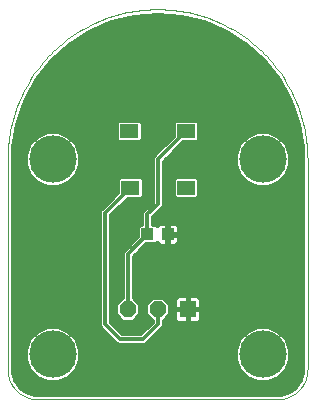
<source format=gtl>
G75*
%MOIN*%
%OFA0B0*%
%FSLAX25Y25*%
%IPPOS*%
%LPD*%
%AMOC8*
5,1,8,0,0,1.08239X$1,22.5*
%
%ADD10R,0.06102X0.04724*%
%ADD11R,0.04331X0.03937*%
%ADD12OC8,0.05600*%
%ADD13R,0.05600X0.05600*%
%ADD14C,0.00000*%
%ADD15C,0.15811*%
%ADD16C,0.01600*%
%ADD17C,0.01200*%
D10*
X0047745Y0094557D03*
X0047351Y0113455D03*
X0066249Y0113455D03*
X0066249Y0094557D03*
D11*
X0060146Y0079006D03*
X0053454Y0079006D03*
D12*
X0056800Y0054006D03*
X0046800Y0054006D03*
D13*
X0066800Y0054006D03*
D14*
X0096800Y0024006D02*
X0016800Y0024006D01*
X0016558Y0024009D01*
X0016317Y0024018D01*
X0016076Y0024032D01*
X0015835Y0024053D01*
X0015595Y0024079D01*
X0015355Y0024111D01*
X0015116Y0024149D01*
X0014879Y0024192D01*
X0014642Y0024242D01*
X0014407Y0024297D01*
X0014173Y0024357D01*
X0013941Y0024424D01*
X0013710Y0024495D01*
X0013481Y0024573D01*
X0013254Y0024656D01*
X0013029Y0024744D01*
X0012806Y0024838D01*
X0012586Y0024937D01*
X0012368Y0025042D01*
X0012153Y0025151D01*
X0011940Y0025266D01*
X0011730Y0025386D01*
X0011524Y0025511D01*
X0011320Y0025641D01*
X0011119Y0025776D01*
X0010922Y0025916D01*
X0010728Y0026060D01*
X0010538Y0026209D01*
X0010352Y0026363D01*
X0010169Y0026521D01*
X0009990Y0026683D01*
X0009815Y0026850D01*
X0009644Y0027021D01*
X0009477Y0027196D01*
X0009315Y0027375D01*
X0009157Y0027558D01*
X0009003Y0027744D01*
X0008854Y0027934D01*
X0008710Y0028128D01*
X0008570Y0028325D01*
X0008435Y0028526D01*
X0008305Y0028730D01*
X0008180Y0028936D01*
X0008060Y0029146D01*
X0007945Y0029359D01*
X0007836Y0029574D01*
X0007731Y0029792D01*
X0007632Y0030012D01*
X0007538Y0030235D01*
X0007450Y0030460D01*
X0007367Y0030687D01*
X0007289Y0030916D01*
X0007218Y0031147D01*
X0007151Y0031379D01*
X0007091Y0031613D01*
X0007036Y0031848D01*
X0006986Y0032085D01*
X0006943Y0032322D01*
X0006905Y0032561D01*
X0006873Y0032801D01*
X0006847Y0033041D01*
X0006826Y0033282D01*
X0006812Y0033523D01*
X0006803Y0033764D01*
X0006800Y0034006D01*
X0006800Y0104006D01*
X0006815Y0105224D01*
X0006859Y0106440D01*
X0006933Y0107656D01*
X0007037Y0108869D01*
X0007170Y0110079D01*
X0007333Y0111286D01*
X0007525Y0112488D01*
X0007746Y0113686D01*
X0007996Y0114878D01*
X0008275Y0116063D01*
X0008583Y0117241D01*
X0008920Y0118411D01*
X0009285Y0119573D01*
X0009678Y0120725D01*
X0010099Y0121868D01*
X0010548Y0122999D01*
X0011024Y0124120D01*
X0011528Y0125229D01*
X0012058Y0126325D01*
X0012615Y0127408D01*
X0013198Y0128477D01*
X0013806Y0129531D01*
X0014441Y0130571D01*
X0015100Y0131594D01*
X0015784Y0132602D01*
X0016493Y0133592D01*
X0017225Y0134565D01*
X0017981Y0135519D01*
X0018760Y0136455D01*
X0019561Y0137372D01*
X0020385Y0138269D01*
X0021230Y0139145D01*
X0022096Y0140001D01*
X0022983Y0140836D01*
X0023890Y0141648D01*
X0024816Y0142438D01*
X0025762Y0143206D01*
X0026725Y0143950D01*
X0027707Y0144670D01*
X0028706Y0145367D01*
X0029721Y0146039D01*
X0030753Y0146686D01*
X0031800Y0147307D01*
X0032862Y0147903D01*
X0033938Y0148473D01*
X0035027Y0149017D01*
X0036130Y0149533D01*
X0037245Y0150023D01*
X0038371Y0150486D01*
X0039508Y0150921D01*
X0040656Y0151328D01*
X0041813Y0151707D01*
X0042979Y0152058D01*
X0044153Y0152380D01*
X0045335Y0152674D01*
X0046524Y0152939D01*
X0047718Y0153174D01*
X0048918Y0153381D01*
X0050123Y0153558D01*
X0051331Y0153706D01*
X0052543Y0153824D01*
X0053758Y0153913D01*
X0054974Y0153973D01*
X0056191Y0154002D01*
X0057409Y0154002D01*
X0058626Y0153973D01*
X0059842Y0153913D01*
X0061057Y0153824D01*
X0062269Y0153706D01*
X0063477Y0153558D01*
X0064682Y0153381D01*
X0065882Y0153174D01*
X0067076Y0152939D01*
X0068265Y0152674D01*
X0069447Y0152380D01*
X0070621Y0152058D01*
X0071787Y0151707D01*
X0072944Y0151328D01*
X0074092Y0150921D01*
X0075229Y0150486D01*
X0076355Y0150023D01*
X0077470Y0149533D01*
X0078573Y0149017D01*
X0079662Y0148473D01*
X0080738Y0147903D01*
X0081800Y0147307D01*
X0082847Y0146686D01*
X0083879Y0146039D01*
X0084894Y0145367D01*
X0085893Y0144670D01*
X0086875Y0143950D01*
X0087838Y0143206D01*
X0088784Y0142438D01*
X0089710Y0141648D01*
X0090617Y0140836D01*
X0091504Y0140001D01*
X0092370Y0139145D01*
X0093215Y0138269D01*
X0094039Y0137372D01*
X0094840Y0136455D01*
X0095619Y0135519D01*
X0096375Y0134565D01*
X0097107Y0133592D01*
X0097816Y0132602D01*
X0098500Y0131594D01*
X0099159Y0130571D01*
X0099794Y0129531D01*
X0100402Y0128477D01*
X0100985Y0127408D01*
X0101542Y0126325D01*
X0102072Y0125229D01*
X0102576Y0124120D01*
X0103052Y0122999D01*
X0103501Y0121868D01*
X0103922Y0120725D01*
X0104315Y0119573D01*
X0104680Y0118411D01*
X0105017Y0117241D01*
X0105325Y0116063D01*
X0105604Y0114878D01*
X0105854Y0113686D01*
X0106075Y0112488D01*
X0106267Y0111286D01*
X0106430Y0110079D01*
X0106563Y0108869D01*
X0106667Y0107656D01*
X0106741Y0106440D01*
X0106785Y0105224D01*
X0106800Y0104006D01*
X0106800Y0034006D01*
X0106797Y0033764D01*
X0106788Y0033523D01*
X0106774Y0033282D01*
X0106753Y0033041D01*
X0106727Y0032801D01*
X0106695Y0032561D01*
X0106657Y0032322D01*
X0106614Y0032085D01*
X0106564Y0031848D01*
X0106509Y0031613D01*
X0106449Y0031379D01*
X0106382Y0031147D01*
X0106311Y0030916D01*
X0106233Y0030687D01*
X0106150Y0030460D01*
X0106062Y0030235D01*
X0105968Y0030012D01*
X0105869Y0029792D01*
X0105764Y0029574D01*
X0105655Y0029359D01*
X0105540Y0029146D01*
X0105420Y0028936D01*
X0105295Y0028730D01*
X0105165Y0028526D01*
X0105030Y0028325D01*
X0104890Y0028128D01*
X0104746Y0027934D01*
X0104597Y0027744D01*
X0104443Y0027558D01*
X0104285Y0027375D01*
X0104123Y0027196D01*
X0103956Y0027021D01*
X0103785Y0026850D01*
X0103610Y0026683D01*
X0103431Y0026521D01*
X0103248Y0026363D01*
X0103062Y0026209D01*
X0102872Y0026060D01*
X0102678Y0025916D01*
X0102481Y0025776D01*
X0102280Y0025641D01*
X0102076Y0025511D01*
X0101870Y0025386D01*
X0101660Y0025266D01*
X0101447Y0025151D01*
X0101232Y0025042D01*
X0101014Y0024937D01*
X0100794Y0024838D01*
X0100571Y0024744D01*
X0100346Y0024656D01*
X0100119Y0024573D01*
X0099890Y0024495D01*
X0099659Y0024424D01*
X0099427Y0024357D01*
X0099193Y0024297D01*
X0098958Y0024242D01*
X0098721Y0024192D01*
X0098484Y0024149D01*
X0098245Y0024111D01*
X0098005Y0024079D01*
X0097765Y0024053D01*
X0097524Y0024032D01*
X0097283Y0024018D01*
X0097042Y0024009D01*
X0096800Y0024006D01*
D15*
X0091800Y0039006D03*
X0091800Y0104006D03*
X0021800Y0104006D03*
X0021800Y0039006D03*
D16*
X0027953Y0031998D02*
X0085647Y0031998D01*
X0086529Y0031117D02*
X0089949Y0029700D01*
X0093651Y0029700D01*
X0097071Y0031117D01*
X0099689Y0033735D01*
X0101105Y0037155D01*
X0101105Y0040857D01*
X0099689Y0044277D01*
X0097071Y0046895D01*
X0093651Y0048311D01*
X0089949Y0048311D01*
X0086529Y0046895D01*
X0083911Y0044277D01*
X0082494Y0040857D01*
X0082494Y0037155D01*
X0083911Y0033735D01*
X0086529Y0031117D01*
X0088260Y0030400D02*
X0025340Y0030400D01*
X0023651Y0029700D02*
X0027071Y0031117D01*
X0029689Y0033735D01*
X0031105Y0037155D01*
X0031105Y0040857D01*
X0029689Y0044277D01*
X0027071Y0046895D01*
X0023651Y0048311D01*
X0019949Y0048311D01*
X0016529Y0046895D01*
X0013911Y0044277D01*
X0012494Y0040857D01*
X0012494Y0037155D01*
X0013911Y0033735D01*
X0016529Y0031117D01*
X0019949Y0029700D01*
X0023651Y0029700D01*
X0018260Y0030400D02*
X0009456Y0030400D01*
X0009494Y0030283D02*
X0008701Y0032723D01*
X0008600Y0034006D01*
X0008600Y0104006D01*
X0008765Y0107986D01*
X0010075Y0115838D01*
X0012660Y0123368D01*
X0016449Y0130369D01*
X0021338Y0136651D01*
X0027195Y0142042D01*
X0033859Y0146397D01*
X0041149Y0149594D01*
X0048867Y0151549D01*
X0056800Y0152206D01*
X0064733Y0151549D01*
X0072451Y0149594D01*
X0079741Y0146397D01*
X0086405Y0142042D01*
X0092262Y0136651D01*
X0097151Y0130369D01*
X0100940Y0123368D01*
X0103525Y0115838D01*
X0104835Y0107986D01*
X0105000Y0104006D01*
X0105000Y0034006D01*
X0104899Y0032723D01*
X0104106Y0030283D01*
X0102598Y0028208D01*
X0100523Y0026700D01*
X0098083Y0025907D01*
X0096800Y0025806D01*
X0016800Y0025806D01*
X0015517Y0025907D01*
X0013077Y0026700D01*
X0011002Y0028208D01*
X0009494Y0030283D01*
X0008936Y0031998D02*
X0015647Y0031998D01*
X0014049Y0033597D02*
X0008632Y0033597D01*
X0008600Y0035195D02*
X0013306Y0035195D01*
X0012644Y0036794D02*
X0008600Y0036794D01*
X0008600Y0038393D02*
X0012494Y0038393D01*
X0012494Y0039991D02*
X0008600Y0039991D01*
X0008600Y0041590D02*
X0012798Y0041590D01*
X0013460Y0043188D02*
X0008600Y0043188D01*
X0008600Y0044787D02*
X0014421Y0044787D01*
X0016019Y0046385D02*
X0008600Y0046385D01*
X0008600Y0047984D02*
X0019158Y0047984D01*
X0024442Y0047984D02*
X0037494Y0047984D01*
X0037300Y0048177D02*
X0042300Y0043177D01*
X0043472Y0042006D01*
X0052628Y0042006D01*
X0057628Y0047006D01*
X0058800Y0048177D01*
X0058800Y0050066D01*
X0061000Y0052266D01*
X0061000Y0055746D01*
X0058540Y0058206D01*
X0055060Y0058206D01*
X0052600Y0055746D01*
X0052600Y0052266D01*
X0054800Y0050066D01*
X0054800Y0049834D01*
X0050972Y0046006D01*
X0045128Y0046006D01*
X0041300Y0049834D01*
X0041300Y0085284D01*
X0046811Y0090795D01*
X0051376Y0090795D01*
X0052196Y0091615D01*
X0052196Y0097499D01*
X0051376Y0098319D01*
X0044114Y0098319D01*
X0043294Y0097499D01*
X0043294Y0092934D01*
X0038472Y0088112D01*
X0037300Y0086941D01*
X0037300Y0048177D01*
X0037300Y0049582D02*
X0008600Y0049582D01*
X0008600Y0051181D02*
X0037300Y0051181D01*
X0037300Y0052779D02*
X0008600Y0052779D01*
X0008600Y0054378D02*
X0037300Y0054378D01*
X0037300Y0055976D02*
X0008600Y0055976D01*
X0008600Y0057575D02*
X0037300Y0057575D01*
X0037300Y0059173D02*
X0008600Y0059173D01*
X0008600Y0060772D02*
X0037300Y0060772D01*
X0037300Y0062370D02*
X0008600Y0062370D01*
X0008600Y0063969D02*
X0037300Y0063969D01*
X0037300Y0065567D02*
X0008600Y0065567D01*
X0008600Y0067166D02*
X0037300Y0067166D01*
X0037300Y0068764D02*
X0008600Y0068764D01*
X0008600Y0070363D02*
X0037300Y0070363D01*
X0037300Y0071961D02*
X0008600Y0071961D01*
X0008600Y0073560D02*
X0037300Y0073560D01*
X0037300Y0075158D02*
X0008600Y0075158D01*
X0008600Y0076757D02*
X0037300Y0076757D01*
X0037300Y0078355D02*
X0008600Y0078355D01*
X0008600Y0079954D02*
X0037300Y0079954D01*
X0037300Y0081552D02*
X0008600Y0081552D01*
X0008600Y0083151D02*
X0037300Y0083151D01*
X0037300Y0084749D02*
X0008600Y0084749D01*
X0008600Y0086348D02*
X0037300Y0086348D01*
X0038306Y0087946D02*
X0008600Y0087946D01*
X0008600Y0089545D02*
X0039904Y0089545D01*
X0041503Y0091143D02*
X0008600Y0091143D01*
X0008600Y0092742D02*
X0043101Y0092742D01*
X0043294Y0094340D02*
X0008600Y0094340D01*
X0008600Y0095939D02*
X0016959Y0095939D01*
X0016529Y0096117D02*
X0019949Y0094700D01*
X0023651Y0094700D01*
X0027071Y0096117D01*
X0029689Y0098735D01*
X0031105Y0102155D01*
X0031105Y0105857D01*
X0029689Y0109277D01*
X0027071Y0111895D01*
X0023651Y0113311D01*
X0019949Y0113311D01*
X0016529Y0111895D01*
X0013911Y0109277D01*
X0012494Y0105857D01*
X0012494Y0102155D01*
X0013911Y0098735D01*
X0016529Y0096117D01*
X0015109Y0097537D02*
X0008600Y0097537D01*
X0008600Y0099136D02*
X0013745Y0099136D01*
X0013083Y0100734D02*
X0008600Y0100734D01*
X0008600Y0102333D02*
X0012494Y0102333D01*
X0012494Y0103931D02*
X0008600Y0103931D01*
X0008663Y0105530D02*
X0012494Y0105530D01*
X0013021Y0107128D02*
X0008729Y0107128D01*
X0008888Y0108727D02*
X0013683Y0108727D01*
X0014960Y0110326D02*
X0009155Y0110326D01*
X0009422Y0111924D02*
X0016600Y0111924D01*
X0010377Y0116720D02*
X0043223Y0116720D01*
X0042900Y0116397D02*
X0043720Y0117217D01*
X0050982Y0117217D01*
X0051802Y0116397D01*
X0051802Y0110513D01*
X0050982Y0109693D01*
X0043720Y0109693D01*
X0042900Y0110513D01*
X0042900Y0116397D01*
X0042900Y0115121D02*
X0009955Y0115121D01*
X0009688Y0113523D02*
X0042900Y0113523D01*
X0042900Y0111924D02*
X0027000Y0111924D01*
X0028640Y0110326D02*
X0043087Y0110326D01*
X0051615Y0110326D02*
X0060291Y0110326D01*
X0061798Y0111832D02*
X0055972Y0106006D01*
X0055972Y0106006D01*
X0054800Y0104834D01*
X0054800Y0089834D01*
X0051454Y0086488D01*
X0051454Y0082374D01*
X0050708Y0082374D01*
X0049888Y0081554D01*
X0049888Y0078269D01*
X0044800Y0073181D01*
X0044800Y0057946D01*
X0042600Y0055746D01*
X0042600Y0052266D01*
X0045060Y0049806D01*
X0048540Y0049806D01*
X0051000Y0052266D01*
X0051000Y0055746D01*
X0048800Y0057946D01*
X0048800Y0071524D01*
X0052913Y0075637D01*
X0056199Y0075637D01*
X0056523Y0075962D01*
X0056541Y0075932D01*
X0056876Y0075597D01*
X0057286Y0075360D01*
X0057744Y0075237D01*
X0059962Y0075237D01*
X0059962Y0078822D01*
X0060331Y0078822D01*
X0060331Y0079190D01*
X0064112Y0079190D01*
X0064112Y0081211D01*
X0063989Y0081669D01*
X0063752Y0082080D01*
X0063417Y0082415D01*
X0063007Y0082652D01*
X0062549Y0082774D01*
X0060331Y0082774D01*
X0060331Y0079190D01*
X0059962Y0079190D01*
X0059962Y0082774D01*
X0057744Y0082774D01*
X0057286Y0082652D01*
X0056876Y0082415D01*
X0056541Y0082080D01*
X0056523Y0082050D01*
X0056199Y0082374D01*
X0055454Y0082374D01*
X0055454Y0084831D01*
X0057628Y0087006D01*
X0058800Y0088177D01*
X0058800Y0103177D01*
X0065315Y0109693D01*
X0069880Y0109693D01*
X0070700Y0110513D01*
X0070700Y0116397D01*
X0069880Y0117217D01*
X0062618Y0117217D01*
X0061798Y0116397D01*
X0061798Y0111832D01*
X0061798Y0111924D02*
X0051802Y0111924D01*
X0051802Y0113523D02*
X0061798Y0113523D01*
X0061798Y0115121D02*
X0051802Y0115121D01*
X0051480Y0116720D02*
X0062120Y0116720D01*
X0064350Y0108727D02*
X0083683Y0108727D01*
X0083911Y0109277D02*
X0082494Y0105857D01*
X0082494Y0102155D01*
X0083911Y0098735D01*
X0086529Y0096117D01*
X0089949Y0094700D01*
X0093651Y0094700D01*
X0097071Y0096117D01*
X0099689Y0098735D01*
X0101105Y0102155D01*
X0101105Y0105857D01*
X0099689Y0109277D01*
X0097071Y0111895D01*
X0093651Y0113311D01*
X0089949Y0113311D01*
X0086529Y0111895D01*
X0083911Y0109277D01*
X0084960Y0110326D02*
X0070513Y0110326D01*
X0070700Y0111924D02*
X0086600Y0111924D01*
X0083021Y0107128D02*
X0062751Y0107128D01*
X0061152Y0105530D02*
X0082494Y0105530D01*
X0082494Y0103931D02*
X0059554Y0103931D01*
X0058800Y0102333D02*
X0082494Y0102333D01*
X0083083Y0100734D02*
X0058800Y0100734D01*
X0058800Y0099136D02*
X0083745Y0099136D01*
X0085109Y0097537D02*
X0070662Y0097537D01*
X0070700Y0097499D02*
X0069880Y0098319D01*
X0062618Y0098319D01*
X0061798Y0097499D01*
X0061798Y0091615D01*
X0062618Y0090795D01*
X0069880Y0090795D01*
X0070700Y0091615D01*
X0070700Y0097499D01*
X0070700Y0095939D02*
X0086959Y0095939D01*
X0096641Y0095939D02*
X0105000Y0095939D01*
X0105000Y0097537D02*
X0098491Y0097537D01*
X0099855Y0099136D02*
X0105000Y0099136D01*
X0105000Y0100734D02*
X0100517Y0100734D01*
X0101105Y0102333D02*
X0105000Y0102333D01*
X0105000Y0103931D02*
X0101105Y0103931D01*
X0101105Y0105530D02*
X0104937Y0105530D01*
X0104871Y0107128D02*
X0100579Y0107128D01*
X0099917Y0108727D02*
X0104712Y0108727D01*
X0104445Y0110326D02*
X0098640Y0110326D01*
X0097000Y0111924D02*
X0104178Y0111924D01*
X0103912Y0113523D02*
X0070700Y0113523D01*
X0070700Y0115121D02*
X0103645Y0115121D01*
X0103223Y0116720D02*
X0070377Y0116720D01*
X0058693Y0108727D02*
X0029917Y0108727D01*
X0030579Y0107128D02*
X0057094Y0107128D01*
X0055496Y0105530D02*
X0031105Y0105530D01*
X0031105Y0103931D02*
X0054800Y0103931D01*
X0054800Y0102333D02*
X0031105Y0102333D01*
X0030517Y0100734D02*
X0054800Y0100734D01*
X0054800Y0099136D02*
X0029855Y0099136D01*
X0028491Y0097537D02*
X0043332Y0097537D01*
X0043294Y0095939D02*
X0026641Y0095939D01*
X0041300Y0084749D02*
X0051454Y0084749D01*
X0051454Y0083151D02*
X0041300Y0083151D01*
X0041300Y0081552D02*
X0049888Y0081552D01*
X0049888Y0079954D02*
X0041300Y0079954D01*
X0041300Y0078355D02*
X0049888Y0078355D01*
X0048376Y0076757D02*
X0041300Y0076757D01*
X0041300Y0075158D02*
X0046777Y0075158D01*
X0045179Y0073560D02*
X0041300Y0073560D01*
X0041300Y0071961D02*
X0044800Y0071961D01*
X0044800Y0070363D02*
X0041300Y0070363D01*
X0041300Y0068764D02*
X0044800Y0068764D01*
X0044800Y0067166D02*
X0041300Y0067166D01*
X0041300Y0065567D02*
X0044800Y0065567D01*
X0044800Y0063969D02*
X0041300Y0063969D01*
X0041300Y0062370D02*
X0044800Y0062370D01*
X0044800Y0060772D02*
X0041300Y0060772D01*
X0041300Y0059173D02*
X0044800Y0059173D01*
X0044429Y0057575D02*
X0041300Y0057575D01*
X0041300Y0055976D02*
X0042831Y0055976D01*
X0042600Y0054378D02*
X0041300Y0054378D01*
X0041300Y0052779D02*
X0042600Y0052779D01*
X0043686Y0051181D02*
X0041300Y0051181D01*
X0041552Y0049582D02*
X0054548Y0049582D01*
X0053686Y0051181D02*
X0049914Y0051181D01*
X0051000Y0052779D02*
X0052600Y0052779D01*
X0052600Y0054378D02*
X0051000Y0054378D01*
X0050769Y0055976D02*
X0052831Y0055976D01*
X0054429Y0057575D02*
X0049171Y0057575D01*
X0048800Y0059173D02*
X0105000Y0059173D01*
X0105000Y0057575D02*
X0071235Y0057575D01*
X0071277Y0057501D02*
X0071040Y0057911D01*
X0070705Y0058246D01*
X0070295Y0058483D01*
X0069837Y0058606D01*
X0066800Y0058606D01*
X0066800Y0054006D01*
X0066800Y0054006D01*
X0066800Y0058606D01*
X0063763Y0058606D01*
X0063305Y0058483D01*
X0062895Y0058246D01*
X0062560Y0057911D01*
X0062323Y0057501D01*
X0062200Y0057043D01*
X0062200Y0054006D01*
X0066800Y0054006D01*
X0071400Y0054006D01*
X0071400Y0057043D01*
X0071277Y0057501D01*
X0071400Y0055976D02*
X0105000Y0055976D01*
X0105000Y0054378D02*
X0071400Y0054378D01*
X0071400Y0054006D02*
X0066800Y0054006D01*
X0066800Y0054006D01*
X0066800Y0054006D01*
X0062200Y0054006D01*
X0062200Y0050969D01*
X0062323Y0050511D01*
X0062560Y0050101D01*
X0062895Y0049766D01*
X0063305Y0049529D01*
X0063763Y0049406D01*
X0066800Y0049406D01*
X0069837Y0049406D01*
X0070295Y0049529D01*
X0070705Y0049766D01*
X0071040Y0050101D01*
X0071277Y0050511D01*
X0071400Y0050969D01*
X0071400Y0054006D01*
X0071400Y0052779D02*
X0105000Y0052779D01*
X0105000Y0051181D02*
X0071400Y0051181D01*
X0070387Y0049582D02*
X0105000Y0049582D01*
X0105000Y0047984D02*
X0094442Y0047984D01*
X0097581Y0046385D02*
X0105000Y0046385D01*
X0105000Y0044787D02*
X0099179Y0044787D01*
X0100140Y0043188D02*
X0105000Y0043188D01*
X0105000Y0041590D02*
X0100802Y0041590D01*
X0101105Y0039991D02*
X0105000Y0039991D01*
X0105000Y0038393D02*
X0101105Y0038393D01*
X0100956Y0036794D02*
X0105000Y0036794D01*
X0105000Y0035195D02*
X0100294Y0035195D01*
X0099551Y0033597D02*
X0104968Y0033597D01*
X0104664Y0031998D02*
X0097953Y0031998D01*
X0095340Y0030400D02*
X0104144Y0030400D01*
X0103030Y0028801D02*
X0010570Y0028801D01*
X0012385Y0027203D02*
X0101215Y0027203D01*
X0089158Y0047984D02*
X0058606Y0047984D01*
X0058800Y0049582D02*
X0063213Y0049582D01*
X0062200Y0051181D02*
X0059914Y0051181D01*
X0061000Y0052779D02*
X0062200Y0052779D01*
X0062200Y0054378D02*
X0061000Y0054378D01*
X0060769Y0055976D02*
X0062200Y0055976D01*
X0062365Y0057575D02*
X0059171Y0057575D01*
X0066800Y0057575D02*
X0066800Y0057575D01*
X0066800Y0055976D02*
X0066800Y0055976D01*
X0066800Y0054378D02*
X0066800Y0054378D01*
X0066800Y0054006D02*
X0066800Y0049406D01*
X0066800Y0054006D01*
X0066800Y0054006D01*
X0066800Y0052779D02*
X0066800Y0052779D01*
X0066800Y0051181D02*
X0066800Y0051181D01*
X0066800Y0049582D02*
X0066800Y0049582D01*
X0057008Y0046385D02*
X0086019Y0046385D01*
X0084421Y0044787D02*
X0055409Y0044787D01*
X0053811Y0043188D02*
X0083460Y0043188D01*
X0082798Y0041590D02*
X0030802Y0041590D01*
X0031105Y0039991D02*
X0082494Y0039991D01*
X0082494Y0038393D02*
X0031105Y0038393D01*
X0030956Y0036794D02*
X0082644Y0036794D01*
X0083306Y0035195D02*
X0030294Y0035195D01*
X0029551Y0033597D02*
X0084049Y0033597D01*
X0105000Y0060772D02*
X0048800Y0060772D01*
X0048800Y0062370D02*
X0105000Y0062370D01*
X0105000Y0063969D02*
X0048800Y0063969D01*
X0048800Y0065567D02*
X0105000Y0065567D01*
X0105000Y0067166D02*
X0048800Y0067166D01*
X0048800Y0068764D02*
X0105000Y0068764D01*
X0105000Y0070363D02*
X0048800Y0070363D01*
X0049237Y0071961D02*
X0105000Y0071961D01*
X0105000Y0073560D02*
X0050836Y0073560D01*
X0052434Y0075158D02*
X0105000Y0075158D01*
X0105000Y0076757D02*
X0064100Y0076757D01*
X0064112Y0076800D02*
X0064112Y0078822D01*
X0060331Y0078822D01*
X0060331Y0075237D01*
X0062549Y0075237D01*
X0063007Y0075360D01*
X0063417Y0075597D01*
X0063752Y0075932D01*
X0063989Y0076343D01*
X0064112Y0076800D01*
X0064112Y0078355D02*
X0105000Y0078355D01*
X0105000Y0079954D02*
X0064112Y0079954D01*
X0064020Y0081552D02*
X0105000Y0081552D01*
X0105000Y0083151D02*
X0055454Y0083151D01*
X0055454Y0084749D02*
X0105000Y0084749D01*
X0105000Y0086348D02*
X0056970Y0086348D01*
X0058569Y0087946D02*
X0105000Y0087946D01*
X0105000Y0089545D02*
X0058800Y0089545D01*
X0058800Y0091143D02*
X0062269Y0091143D01*
X0061798Y0092742D02*
X0058800Y0092742D01*
X0058800Y0094340D02*
X0061798Y0094340D01*
X0061798Y0095939D02*
X0058800Y0095939D01*
X0058800Y0097537D02*
X0061836Y0097537D01*
X0054800Y0097537D02*
X0052158Y0097537D01*
X0052196Y0095939D02*
X0054800Y0095939D01*
X0054800Y0094340D02*
X0052196Y0094340D01*
X0052196Y0092742D02*
X0054800Y0092742D01*
X0054800Y0091143D02*
X0051724Y0091143D01*
X0054511Y0089545D02*
X0045561Y0089545D01*
X0043963Y0087946D02*
X0052912Y0087946D01*
X0051454Y0086348D02*
X0042364Y0086348D01*
X0059962Y0081552D02*
X0060331Y0081552D01*
X0060331Y0079954D02*
X0059962Y0079954D01*
X0059962Y0078355D02*
X0060331Y0078355D01*
X0060331Y0076757D02*
X0059962Y0076757D01*
X0070228Y0091143D02*
X0105000Y0091143D01*
X0105000Y0092742D02*
X0070700Y0092742D01*
X0070700Y0094340D02*
X0105000Y0094340D01*
X0102674Y0118318D02*
X0010926Y0118318D01*
X0011475Y0119917D02*
X0102125Y0119917D01*
X0101576Y0121515D02*
X0012024Y0121515D01*
X0012573Y0123114D02*
X0101027Y0123114D01*
X0100213Y0124712D02*
X0013387Y0124712D01*
X0014252Y0126311D02*
X0099348Y0126311D01*
X0098483Y0127909D02*
X0015117Y0127909D01*
X0015983Y0129508D02*
X0097617Y0129508D01*
X0096578Y0131106D02*
X0017022Y0131106D01*
X0018267Y0132705D02*
X0095333Y0132705D01*
X0094089Y0134303D02*
X0019511Y0134303D01*
X0020755Y0135902D02*
X0092845Y0135902D01*
X0091339Y0137500D02*
X0022261Y0137500D01*
X0023997Y0139099D02*
X0089603Y0139099D01*
X0087866Y0140697D02*
X0025734Y0140697D01*
X0027583Y0142296D02*
X0086017Y0142296D01*
X0083571Y0143894D02*
X0030029Y0143894D01*
X0032476Y0145493D02*
X0081124Y0145493D01*
X0078157Y0147091D02*
X0035443Y0147091D01*
X0039087Y0148690D02*
X0074513Y0148690D01*
X0069710Y0150288D02*
X0043890Y0150288D01*
X0052949Y0151887D02*
X0060651Y0151887D01*
X0052949Y0047984D02*
X0043151Y0047984D01*
X0044749Y0046385D02*
X0051351Y0046385D01*
X0042289Y0043188D02*
X0030140Y0043188D01*
X0029179Y0044787D02*
X0040691Y0044787D01*
X0039092Y0046385D02*
X0027581Y0046385D01*
D17*
X0039300Y0049006D02*
X0044300Y0044006D01*
X0051800Y0044006D01*
X0056800Y0049006D01*
X0056800Y0054006D01*
X0046800Y0054006D02*
X0046800Y0072352D01*
X0053454Y0079006D01*
X0053454Y0085659D01*
X0056800Y0089006D01*
X0056800Y0104006D01*
X0066249Y0113455D01*
X0047745Y0094557D02*
X0039300Y0086112D01*
X0039300Y0049006D01*
M02*

</source>
